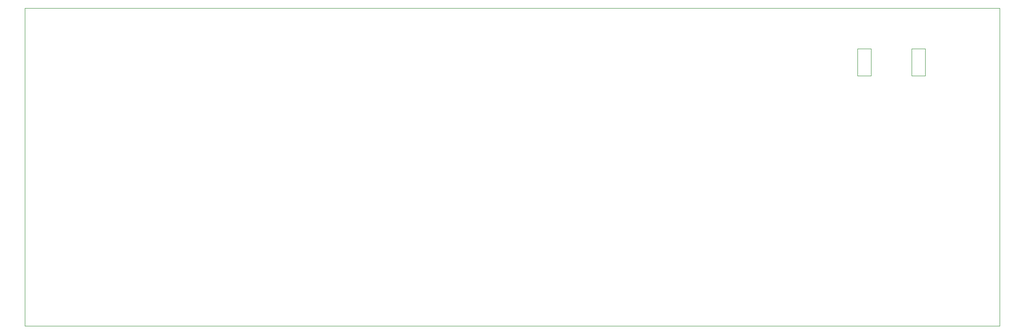
<source format=gbr>
%TF.GenerationSoftware,KiCad,Pcbnew,9.0.0*%
%TF.CreationDate,2025-03-31T18:37:57+02:00*%
%TF.ProjectId,servicetastatur,73657276-6963-4657-9461-737461747572,rev?*%
%TF.SameCoordinates,Original*%
%TF.FileFunction,Profile,NP*%
%FSLAX46Y46*%
G04 Gerber Fmt 4.6, Leading zero omitted, Abs format (unit mm)*
G04 Created by KiCad (PCBNEW 9.0.0) date 2025-03-31 18:37:57*
%MOMM*%
%LPD*%
G01*
G04 APERTURE LIST*
%TA.AperFunction,Profile*%
%ADD10C,0.100000*%
%TD*%
G04 APERTURE END LIST*
D10*
X180340000Y-25400000D02*
X182880000Y-25400000D01*
X182880000Y-30480000D01*
X180340000Y-30480000D01*
X180340000Y-25400000D01*
X13970000Y-17780000D02*
X196850000Y-17780000D01*
X196850000Y-77470000D01*
X13970000Y-77470000D01*
X13970000Y-17780000D01*
X170180000Y-25400000D02*
X172720000Y-25400000D01*
X172720000Y-30480000D01*
X170180000Y-30480000D01*
X170180000Y-25400000D01*
M02*

</source>
